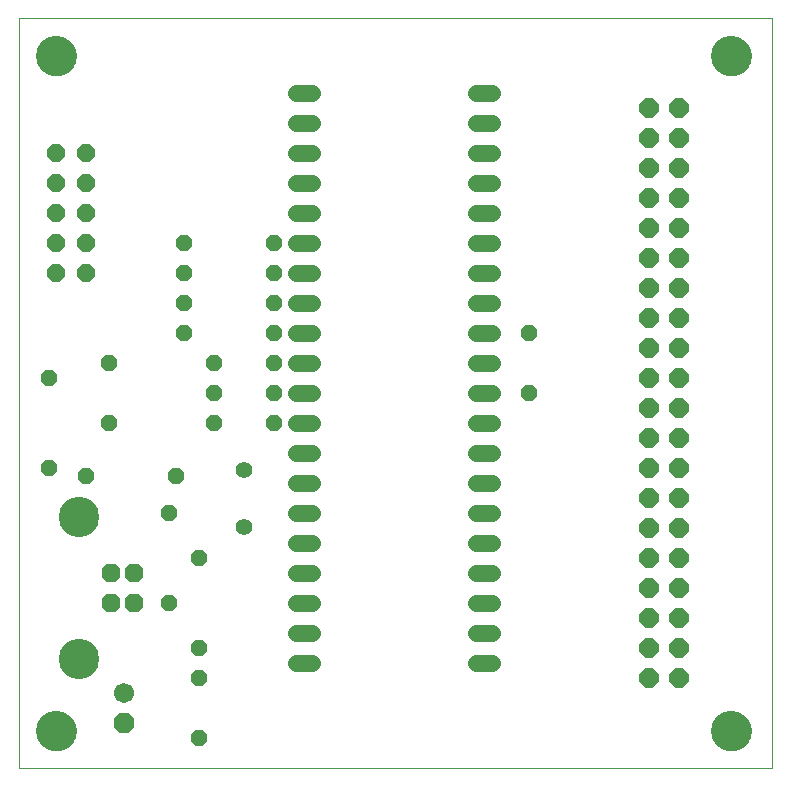
<source format=gbs>
G75*
G70*
%OFA0B0*%
%FSLAX24Y24*%
%IPPOS*%
%LPD*%
%AMOC8*
5,1,8,0,0,1.08239X$1,22.5*
%
%ADD10C,0.0000*%
%ADD11C,0.0560*%
%ADD12OC8,0.0600*%
%ADD13OC8,0.0614*%
%ADD14C,0.1346*%
%ADD15OC8,0.0640*%
%ADD16OC8,0.0560*%
%ADD17OC8,0.0670*%
%ADD18C,0.0670*%
%ADD19C,0.0560*%
%ADD20C,0.1340*%
D10*
X002146Y000100D02*
X002146Y025096D01*
X027266Y025096D01*
X027266Y000100D01*
X002146Y000100D01*
X002746Y001350D02*
X002748Y001400D01*
X002754Y001450D01*
X002764Y001500D01*
X002777Y001548D01*
X002794Y001596D01*
X002815Y001642D01*
X002839Y001686D01*
X002867Y001728D01*
X002898Y001768D01*
X002932Y001805D01*
X002969Y001840D01*
X003008Y001871D01*
X003049Y001900D01*
X003093Y001925D01*
X003139Y001947D01*
X003186Y001965D01*
X003234Y001979D01*
X003283Y001990D01*
X003333Y001997D01*
X003383Y002000D01*
X003434Y001999D01*
X003484Y001994D01*
X003534Y001985D01*
X003582Y001973D01*
X003630Y001956D01*
X003676Y001936D01*
X003721Y001913D01*
X003764Y001886D01*
X003804Y001856D01*
X003842Y001823D01*
X003877Y001787D01*
X003910Y001748D01*
X003939Y001707D01*
X003965Y001664D01*
X003988Y001619D01*
X004007Y001572D01*
X004022Y001524D01*
X004034Y001475D01*
X004042Y001425D01*
X004046Y001375D01*
X004046Y001325D01*
X004042Y001275D01*
X004034Y001225D01*
X004022Y001176D01*
X004007Y001128D01*
X003988Y001081D01*
X003965Y001036D01*
X003939Y000993D01*
X003910Y000952D01*
X003877Y000913D01*
X003842Y000877D01*
X003804Y000844D01*
X003764Y000814D01*
X003721Y000787D01*
X003676Y000764D01*
X003630Y000744D01*
X003582Y000727D01*
X003534Y000715D01*
X003484Y000706D01*
X003434Y000701D01*
X003383Y000700D01*
X003333Y000703D01*
X003283Y000710D01*
X003234Y000721D01*
X003186Y000735D01*
X003139Y000753D01*
X003093Y000775D01*
X003049Y000800D01*
X003008Y000829D01*
X002969Y000860D01*
X002932Y000895D01*
X002898Y000932D01*
X002867Y000972D01*
X002839Y001014D01*
X002815Y001058D01*
X002794Y001104D01*
X002777Y001152D01*
X002764Y001200D01*
X002754Y001250D01*
X002748Y001300D01*
X002746Y001350D01*
X025246Y001350D02*
X025248Y001400D01*
X025254Y001450D01*
X025264Y001500D01*
X025277Y001548D01*
X025294Y001596D01*
X025315Y001642D01*
X025339Y001686D01*
X025367Y001728D01*
X025398Y001768D01*
X025432Y001805D01*
X025469Y001840D01*
X025508Y001871D01*
X025549Y001900D01*
X025593Y001925D01*
X025639Y001947D01*
X025686Y001965D01*
X025734Y001979D01*
X025783Y001990D01*
X025833Y001997D01*
X025883Y002000D01*
X025934Y001999D01*
X025984Y001994D01*
X026034Y001985D01*
X026082Y001973D01*
X026130Y001956D01*
X026176Y001936D01*
X026221Y001913D01*
X026264Y001886D01*
X026304Y001856D01*
X026342Y001823D01*
X026377Y001787D01*
X026410Y001748D01*
X026439Y001707D01*
X026465Y001664D01*
X026488Y001619D01*
X026507Y001572D01*
X026522Y001524D01*
X026534Y001475D01*
X026542Y001425D01*
X026546Y001375D01*
X026546Y001325D01*
X026542Y001275D01*
X026534Y001225D01*
X026522Y001176D01*
X026507Y001128D01*
X026488Y001081D01*
X026465Y001036D01*
X026439Y000993D01*
X026410Y000952D01*
X026377Y000913D01*
X026342Y000877D01*
X026304Y000844D01*
X026264Y000814D01*
X026221Y000787D01*
X026176Y000764D01*
X026130Y000744D01*
X026082Y000727D01*
X026034Y000715D01*
X025984Y000706D01*
X025934Y000701D01*
X025883Y000700D01*
X025833Y000703D01*
X025783Y000710D01*
X025734Y000721D01*
X025686Y000735D01*
X025639Y000753D01*
X025593Y000775D01*
X025549Y000800D01*
X025508Y000829D01*
X025469Y000860D01*
X025432Y000895D01*
X025398Y000932D01*
X025367Y000972D01*
X025339Y001014D01*
X025315Y001058D01*
X025294Y001104D01*
X025277Y001152D01*
X025264Y001200D01*
X025254Y001250D01*
X025248Y001300D01*
X025246Y001350D01*
X025246Y023850D02*
X025248Y023900D01*
X025254Y023950D01*
X025264Y024000D01*
X025277Y024048D01*
X025294Y024096D01*
X025315Y024142D01*
X025339Y024186D01*
X025367Y024228D01*
X025398Y024268D01*
X025432Y024305D01*
X025469Y024340D01*
X025508Y024371D01*
X025549Y024400D01*
X025593Y024425D01*
X025639Y024447D01*
X025686Y024465D01*
X025734Y024479D01*
X025783Y024490D01*
X025833Y024497D01*
X025883Y024500D01*
X025934Y024499D01*
X025984Y024494D01*
X026034Y024485D01*
X026082Y024473D01*
X026130Y024456D01*
X026176Y024436D01*
X026221Y024413D01*
X026264Y024386D01*
X026304Y024356D01*
X026342Y024323D01*
X026377Y024287D01*
X026410Y024248D01*
X026439Y024207D01*
X026465Y024164D01*
X026488Y024119D01*
X026507Y024072D01*
X026522Y024024D01*
X026534Y023975D01*
X026542Y023925D01*
X026546Y023875D01*
X026546Y023825D01*
X026542Y023775D01*
X026534Y023725D01*
X026522Y023676D01*
X026507Y023628D01*
X026488Y023581D01*
X026465Y023536D01*
X026439Y023493D01*
X026410Y023452D01*
X026377Y023413D01*
X026342Y023377D01*
X026304Y023344D01*
X026264Y023314D01*
X026221Y023287D01*
X026176Y023264D01*
X026130Y023244D01*
X026082Y023227D01*
X026034Y023215D01*
X025984Y023206D01*
X025934Y023201D01*
X025883Y023200D01*
X025833Y023203D01*
X025783Y023210D01*
X025734Y023221D01*
X025686Y023235D01*
X025639Y023253D01*
X025593Y023275D01*
X025549Y023300D01*
X025508Y023329D01*
X025469Y023360D01*
X025432Y023395D01*
X025398Y023432D01*
X025367Y023472D01*
X025339Y023514D01*
X025315Y023558D01*
X025294Y023604D01*
X025277Y023652D01*
X025264Y023700D01*
X025254Y023750D01*
X025248Y023800D01*
X025246Y023850D01*
X002746Y023850D02*
X002748Y023900D01*
X002754Y023950D01*
X002764Y024000D01*
X002777Y024048D01*
X002794Y024096D01*
X002815Y024142D01*
X002839Y024186D01*
X002867Y024228D01*
X002898Y024268D01*
X002932Y024305D01*
X002969Y024340D01*
X003008Y024371D01*
X003049Y024400D01*
X003093Y024425D01*
X003139Y024447D01*
X003186Y024465D01*
X003234Y024479D01*
X003283Y024490D01*
X003333Y024497D01*
X003383Y024500D01*
X003434Y024499D01*
X003484Y024494D01*
X003534Y024485D01*
X003582Y024473D01*
X003630Y024456D01*
X003676Y024436D01*
X003721Y024413D01*
X003764Y024386D01*
X003804Y024356D01*
X003842Y024323D01*
X003877Y024287D01*
X003910Y024248D01*
X003939Y024207D01*
X003965Y024164D01*
X003988Y024119D01*
X004007Y024072D01*
X004022Y024024D01*
X004034Y023975D01*
X004042Y023925D01*
X004046Y023875D01*
X004046Y023825D01*
X004042Y023775D01*
X004034Y023725D01*
X004022Y023676D01*
X004007Y023628D01*
X003988Y023581D01*
X003965Y023536D01*
X003939Y023493D01*
X003910Y023452D01*
X003877Y023413D01*
X003842Y023377D01*
X003804Y023344D01*
X003764Y023314D01*
X003721Y023287D01*
X003676Y023264D01*
X003630Y023244D01*
X003582Y023227D01*
X003534Y023215D01*
X003484Y023206D01*
X003434Y023201D01*
X003383Y023200D01*
X003333Y023203D01*
X003283Y023210D01*
X003234Y023221D01*
X003186Y023235D01*
X003139Y023253D01*
X003093Y023275D01*
X003049Y023300D01*
X003008Y023329D01*
X002969Y023360D01*
X002932Y023395D01*
X002898Y023432D01*
X002867Y023472D01*
X002839Y023514D01*
X002815Y023558D01*
X002794Y023604D01*
X002777Y023652D01*
X002764Y023700D01*
X002754Y023750D01*
X002748Y023800D01*
X002746Y023850D01*
D11*
X011386Y022600D02*
X011906Y022600D01*
X011906Y021600D02*
X011386Y021600D01*
X011386Y020600D02*
X011906Y020600D01*
X011906Y019600D02*
X011386Y019600D01*
X011386Y018600D02*
X011906Y018600D01*
X011906Y017600D02*
X011386Y017600D01*
X011386Y016600D02*
X011906Y016600D01*
X011906Y015600D02*
X011386Y015600D01*
X011386Y014600D02*
X011906Y014600D01*
X011906Y013600D02*
X011386Y013600D01*
X011386Y012600D02*
X011906Y012600D01*
X011906Y011600D02*
X011386Y011600D01*
X011386Y010600D02*
X011906Y010600D01*
X011906Y009600D02*
X011386Y009600D01*
X011386Y008600D02*
X011906Y008600D01*
X011906Y007600D02*
X011386Y007600D01*
X011386Y006600D02*
X011906Y006600D01*
X011906Y005600D02*
X011386Y005600D01*
X011386Y004600D02*
X011906Y004600D01*
X011906Y003600D02*
X011386Y003600D01*
X017386Y003600D02*
X017906Y003600D01*
X017906Y004600D02*
X017386Y004600D01*
X017386Y005600D02*
X017906Y005600D01*
X017906Y006600D02*
X017386Y006600D01*
X017386Y007600D02*
X017906Y007600D01*
X017906Y008600D02*
X017386Y008600D01*
X017386Y009600D02*
X017906Y009600D01*
X017906Y010600D02*
X017386Y010600D01*
X017386Y011600D02*
X017906Y011600D01*
X017906Y012600D02*
X017386Y012600D01*
X017386Y013600D02*
X017906Y013600D01*
X017906Y014600D02*
X017386Y014600D01*
X017386Y015600D02*
X017906Y015600D01*
X017906Y016600D02*
X017386Y016600D01*
X017386Y017600D02*
X017906Y017600D01*
X017906Y018600D02*
X017386Y018600D01*
X017386Y019600D02*
X017906Y019600D01*
X017906Y020600D02*
X017386Y020600D01*
X017386Y021600D02*
X017906Y021600D01*
X017906Y022600D02*
X017386Y022600D01*
D12*
X004396Y020600D03*
X003396Y020600D03*
X003396Y019600D03*
X003396Y018600D03*
X003396Y017600D03*
X003396Y016600D03*
X004396Y016600D03*
X004396Y017600D03*
X004396Y018600D03*
X004396Y019600D03*
D13*
X005213Y006592D03*
X006000Y006592D03*
X006000Y005608D03*
X005213Y005608D03*
D14*
X004146Y003730D03*
X004146Y008470D03*
D15*
X023146Y008100D03*
X023146Y007100D03*
X023146Y006100D03*
X023146Y005100D03*
X023146Y004100D03*
X023146Y003100D03*
X024146Y003100D03*
X024146Y004100D03*
X024146Y005100D03*
X024146Y006100D03*
X024146Y007100D03*
X024146Y008100D03*
X024146Y009100D03*
X023146Y009100D03*
X023146Y010100D03*
X023146Y011100D03*
X023146Y012100D03*
X023146Y013100D03*
X023146Y014100D03*
X023146Y015100D03*
X023146Y016100D03*
X023146Y017100D03*
X023146Y018100D03*
X023146Y019100D03*
X023146Y020100D03*
X023146Y021100D03*
X023146Y022100D03*
X024146Y022100D03*
X024146Y021100D03*
X024146Y020100D03*
X024146Y019100D03*
X024146Y018100D03*
X024146Y017100D03*
X024146Y016100D03*
X024146Y015100D03*
X024146Y014100D03*
X024146Y013100D03*
X024146Y012100D03*
X024146Y011100D03*
X024146Y010100D03*
D16*
X019146Y012600D03*
X019146Y014600D03*
X010646Y014600D03*
X010646Y013600D03*
X010646Y012600D03*
X010646Y011600D03*
X008646Y011600D03*
X008646Y012600D03*
X008646Y013600D03*
X007646Y014600D03*
X007646Y015600D03*
X007646Y016600D03*
X007646Y017600D03*
X010646Y017600D03*
X010646Y016600D03*
X010646Y015600D03*
X005146Y013600D03*
X005146Y011600D03*
X004396Y009850D03*
X003146Y010100D03*
X003146Y013100D03*
X007396Y009850D03*
X007146Y008600D03*
X008146Y007100D03*
X007146Y005600D03*
X008146Y004100D03*
X008146Y003100D03*
X008146Y001100D03*
D17*
X005646Y001600D03*
D18*
X005646Y002600D03*
D19*
X009646Y008150D03*
X009646Y010050D03*
D20*
X003396Y001350D03*
X025896Y001350D03*
X025896Y023850D03*
X003396Y023850D03*
M02*

</source>
